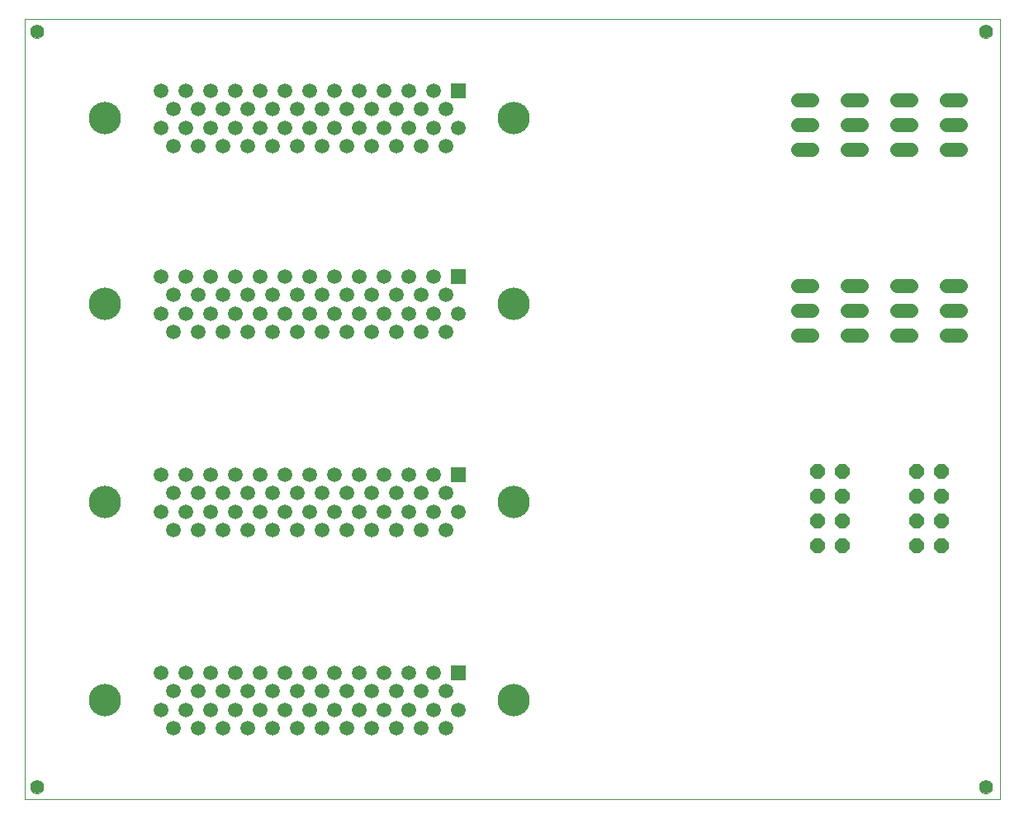
<source format=gbs>
G75*
%MOIN*%
%OFA0B0*%
%FSLAX24Y24*%
%IPPOS*%
%LPD*%
%AMOC8*
5,1,8,0,0,1.08239X$1,22.5*
%
%ADD10C,0.0000*%
%ADD11C,0.0552*%
%ADD12C,0.0580*%
%ADD13R,0.0591X0.0591*%
%ADD14C,0.0591*%
%ADD15C,0.1306*%
%ADD16OC8,0.0580*%
D10*
X000639Y001139D02*
X000639Y032635D01*
X040009Y032635D01*
X040009Y001139D01*
X000639Y001139D01*
X000883Y001639D02*
X000885Y001670D01*
X000891Y001701D01*
X000900Y001731D01*
X000913Y001760D01*
X000930Y001787D01*
X000950Y001811D01*
X000972Y001833D01*
X000998Y001852D01*
X001025Y001868D01*
X001054Y001880D01*
X001084Y001889D01*
X001115Y001894D01*
X001147Y001895D01*
X001178Y001892D01*
X001209Y001885D01*
X001239Y001875D01*
X001267Y001861D01*
X001293Y001843D01*
X001317Y001823D01*
X001338Y001799D01*
X001357Y001774D01*
X001372Y001746D01*
X001383Y001717D01*
X001391Y001686D01*
X001395Y001655D01*
X001395Y001623D01*
X001391Y001592D01*
X001383Y001561D01*
X001372Y001532D01*
X001357Y001504D01*
X001338Y001479D01*
X001317Y001455D01*
X001293Y001435D01*
X001267Y001417D01*
X001239Y001403D01*
X001209Y001393D01*
X001178Y001386D01*
X001147Y001383D01*
X001115Y001384D01*
X001084Y001389D01*
X001054Y001398D01*
X001025Y001410D01*
X000998Y001426D01*
X000972Y001445D01*
X000950Y001467D01*
X000930Y001491D01*
X000913Y001518D01*
X000900Y001547D01*
X000891Y001577D01*
X000885Y001608D01*
X000883Y001639D01*
X000883Y032139D02*
X000885Y032170D01*
X000891Y032201D01*
X000900Y032231D01*
X000913Y032260D01*
X000930Y032287D01*
X000950Y032311D01*
X000972Y032333D01*
X000998Y032352D01*
X001025Y032368D01*
X001054Y032380D01*
X001084Y032389D01*
X001115Y032394D01*
X001147Y032395D01*
X001178Y032392D01*
X001209Y032385D01*
X001239Y032375D01*
X001267Y032361D01*
X001293Y032343D01*
X001317Y032323D01*
X001338Y032299D01*
X001357Y032274D01*
X001372Y032246D01*
X001383Y032217D01*
X001391Y032186D01*
X001395Y032155D01*
X001395Y032123D01*
X001391Y032092D01*
X001383Y032061D01*
X001372Y032032D01*
X001357Y032004D01*
X001338Y031979D01*
X001317Y031955D01*
X001293Y031935D01*
X001267Y031917D01*
X001239Y031903D01*
X001209Y031893D01*
X001178Y031886D01*
X001147Y031883D01*
X001115Y031884D01*
X001084Y031889D01*
X001054Y031898D01*
X001025Y031910D01*
X000998Y031926D01*
X000972Y031945D01*
X000950Y031967D01*
X000930Y031991D01*
X000913Y032018D01*
X000900Y032047D01*
X000891Y032077D01*
X000885Y032108D01*
X000883Y032139D01*
X039183Y032139D02*
X039185Y032170D01*
X039191Y032201D01*
X039200Y032231D01*
X039213Y032260D01*
X039230Y032287D01*
X039250Y032311D01*
X039272Y032333D01*
X039298Y032352D01*
X039325Y032368D01*
X039354Y032380D01*
X039384Y032389D01*
X039415Y032394D01*
X039447Y032395D01*
X039478Y032392D01*
X039509Y032385D01*
X039539Y032375D01*
X039567Y032361D01*
X039593Y032343D01*
X039617Y032323D01*
X039638Y032299D01*
X039657Y032274D01*
X039672Y032246D01*
X039683Y032217D01*
X039691Y032186D01*
X039695Y032155D01*
X039695Y032123D01*
X039691Y032092D01*
X039683Y032061D01*
X039672Y032032D01*
X039657Y032004D01*
X039638Y031979D01*
X039617Y031955D01*
X039593Y031935D01*
X039567Y031917D01*
X039539Y031903D01*
X039509Y031893D01*
X039478Y031886D01*
X039447Y031883D01*
X039415Y031884D01*
X039384Y031889D01*
X039354Y031898D01*
X039325Y031910D01*
X039298Y031926D01*
X039272Y031945D01*
X039250Y031967D01*
X039230Y031991D01*
X039213Y032018D01*
X039200Y032047D01*
X039191Y032077D01*
X039185Y032108D01*
X039183Y032139D01*
X039183Y001639D02*
X039185Y001670D01*
X039191Y001701D01*
X039200Y001731D01*
X039213Y001760D01*
X039230Y001787D01*
X039250Y001811D01*
X039272Y001833D01*
X039298Y001852D01*
X039325Y001868D01*
X039354Y001880D01*
X039384Y001889D01*
X039415Y001894D01*
X039447Y001895D01*
X039478Y001892D01*
X039509Y001885D01*
X039539Y001875D01*
X039567Y001861D01*
X039593Y001843D01*
X039617Y001823D01*
X039638Y001799D01*
X039657Y001774D01*
X039672Y001746D01*
X039683Y001717D01*
X039691Y001686D01*
X039695Y001655D01*
X039695Y001623D01*
X039691Y001592D01*
X039683Y001561D01*
X039672Y001532D01*
X039657Y001504D01*
X039638Y001479D01*
X039617Y001455D01*
X039593Y001435D01*
X039567Y001417D01*
X039539Y001403D01*
X039509Y001393D01*
X039478Y001386D01*
X039447Y001383D01*
X039415Y001384D01*
X039384Y001389D01*
X039354Y001398D01*
X039325Y001410D01*
X039298Y001426D01*
X039272Y001445D01*
X039250Y001467D01*
X039230Y001491D01*
X039213Y001518D01*
X039200Y001547D01*
X039191Y001577D01*
X039185Y001608D01*
X039183Y001639D01*
D11*
X039439Y001639D03*
X039439Y032139D03*
X001139Y032139D03*
X001139Y001639D03*
D12*
X031869Y019889D02*
X032409Y019889D01*
X032409Y020889D02*
X031869Y020889D01*
X031869Y021889D02*
X032409Y021889D01*
X033869Y021889D02*
X034409Y021889D01*
X034409Y020889D02*
X033869Y020889D01*
X033869Y019889D02*
X034409Y019889D01*
X035869Y019889D02*
X036409Y019889D01*
X036409Y020889D02*
X035869Y020889D01*
X035869Y021889D02*
X036409Y021889D01*
X037869Y021889D02*
X038409Y021889D01*
X038409Y020889D02*
X037869Y020889D01*
X037869Y019889D02*
X038409Y019889D01*
X038409Y027389D02*
X037869Y027389D01*
X037869Y028389D02*
X038409Y028389D01*
X038409Y029389D02*
X037869Y029389D01*
X036409Y029389D02*
X035869Y029389D01*
X035869Y028389D02*
X036409Y028389D01*
X036409Y027389D02*
X035869Y027389D01*
X034409Y027389D02*
X033869Y027389D01*
X033869Y028389D02*
X034409Y028389D01*
X034409Y029389D02*
X033869Y029389D01*
X032409Y029389D02*
X031869Y029389D01*
X031869Y028389D02*
X032409Y028389D01*
X032409Y027389D02*
X031869Y027389D01*
D13*
X018139Y029764D03*
X018139Y022264D03*
X018139Y014264D03*
X018139Y006264D03*
D14*
X017639Y005510D03*
X018139Y004762D03*
X017639Y004008D03*
X017139Y004758D03*
X016639Y004008D03*
X016139Y004758D03*
X015639Y004008D03*
X015139Y004758D03*
X014639Y004008D03*
X014139Y004758D03*
X013639Y004008D03*
X013139Y004758D03*
X012639Y004008D03*
X012139Y004758D03*
X011639Y004008D03*
X011139Y004758D03*
X010639Y004008D03*
X010139Y004758D03*
X009639Y004008D03*
X009139Y004758D03*
X008639Y004008D03*
X008139Y004758D03*
X007639Y004008D03*
X007139Y004758D03*
X006639Y004008D03*
X006139Y004758D03*
X006639Y005508D03*
X006139Y006258D03*
X007139Y006258D03*
X007639Y005508D03*
X008139Y006258D03*
X008639Y005508D03*
X009139Y006258D03*
X009639Y005508D03*
X010139Y006258D03*
X010639Y005508D03*
X011139Y006258D03*
X011639Y005508D03*
X012139Y006258D03*
X012639Y005508D03*
X013139Y006258D03*
X013639Y005508D03*
X014139Y006258D03*
X014639Y005508D03*
X015139Y006258D03*
X015639Y005508D03*
X016139Y006258D03*
X016639Y005508D03*
X017139Y006258D03*
X016639Y012008D03*
X016139Y012758D03*
X015639Y012008D03*
X015139Y012758D03*
X014639Y012008D03*
X014139Y012758D03*
X013639Y012008D03*
X013139Y012758D03*
X012639Y012008D03*
X012139Y012758D03*
X011639Y012008D03*
X011139Y012758D03*
X010639Y012008D03*
X010139Y012758D03*
X009639Y012008D03*
X009139Y012758D03*
X008639Y012008D03*
X008139Y012758D03*
X007639Y012008D03*
X007139Y012758D03*
X006639Y012008D03*
X006139Y012758D03*
X006639Y013508D03*
X006139Y014258D03*
X007139Y014258D03*
X007639Y013508D03*
X008139Y014258D03*
X008639Y013508D03*
X009139Y014258D03*
X009639Y013508D03*
X010139Y014258D03*
X010639Y013508D03*
X011139Y014258D03*
X011639Y013508D03*
X012139Y014258D03*
X012639Y013508D03*
X013139Y014258D03*
X013639Y013508D03*
X014139Y014258D03*
X014639Y013508D03*
X015139Y014258D03*
X015639Y013508D03*
X016139Y014258D03*
X016639Y013508D03*
X017139Y012758D03*
X017639Y012008D03*
X018139Y012762D03*
X017639Y013510D03*
X017139Y014258D03*
X016639Y020008D03*
X016139Y020758D03*
X015639Y020008D03*
X015139Y020758D03*
X014639Y020008D03*
X014139Y020758D03*
X013639Y020008D03*
X013139Y020758D03*
X012639Y020008D03*
X012139Y020758D03*
X011639Y020008D03*
X011139Y020758D03*
X010639Y020008D03*
X010139Y020758D03*
X009639Y020008D03*
X009139Y020758D03*
X008639Y020008D03*
X008139Y020758D03*
X007639Y020008D03*
X007139Y020758D03*
X006639Y020008D03*
X006139Y020758D03*
X006639Y021508D03*
X006139Y022258D03*
X007139Y022258D03*
X007639Y021508D03*
X008139Y022258D03*
X008639Y021508D03*
X009139Y022258D03*
X009639Y021508D03*
X010139Y022258D03*
X010639Y021508D03*
X011139Y022258D03*
X011639Y021508D03*
X012139Y022258D03*
X012639Y021508D03*
X013139Y022258D03*
X013639Y021508D03*
X014139Y022258D03*
X014639Y021508D03*
X015139Y022258D03*
X015639Y021508D03*
X016139Y022258D03*
X016639Y021508D03*
X017139Y020758D03*
X017639Y020008D03*
X018139Y020762D03*
X017639Y021510D03*
X017139Y022258D03*
X016639Y027508D03*
X016139Y028258D03*
X015639Y027508D03*
X015139Y028258D03*
X014639Y027508D03*
X014139Y028258D03*
X013639Y027508D03*
X013139Y028258D03*
X012639Y027508D03*
X012139Y028258D03*
X011639Y027508D03*
X011139Y028258D03*
X010639Y027508D03*
X010139Y028258D03*
X009639Y027508D03*
X009139Y028258D03*
X008639Y027508D03*
X008139Y028258D03*
X007639Y027508D03*
X007139Y028258D03*
X006639Y027508D03*
X006139Y028258D03*
X006639Y029008D03*
X006139Y029758D03*
X007139Y029758D03*
X007639Y029008D03*
X008139Y029758D03*
X008639Y029008D03*
X009139Y029758D03*
X009639Y029008D03*
X010139Y029758D03*
X010639Y029008D03*
X011139Y029758D03*
X011639Y029008D03*
X012139Y029758D03*
X012639Y029008D03*
X013139Y029758D03*
X013639Y029008D03*
X014139Y029758D03*
X014639Y029008D03*
X015139Y029758D03*
X015639Y029008D03*
X016139Y029758D03*
X016639Y029008D03*
X017139Y029758D03*
X017639Y029010D03*
X018139Y028262D03*
X017639Y027508D03*
X017139Y028258D03*
D15*
X020389Y028639D03*
X020389Y021139D03*
X020389Y013139D03*
X020389Y005139D03*
X003889Y005139D03*
X003889Y013139D03*
X003889Y021139D03*
X003889Y028639D03*
D16*
X032639Y014389D03*
X033639Y014389D03*
X033639Y013389D03*
X032639Y013389D03*
X032639Y012389D03*
X033639Y012389D03*
X033639Y011389D03*
X032639Y011389D03*
X036639Y011389D03*
X036639Y012389D03*
X036639Y013389D03*
X036639Y014389D03*
X037639Y014389D03*
X037639Y013389D03*
X037639Y012389D03*
X037639Y011389D03*
M02*

</source>
